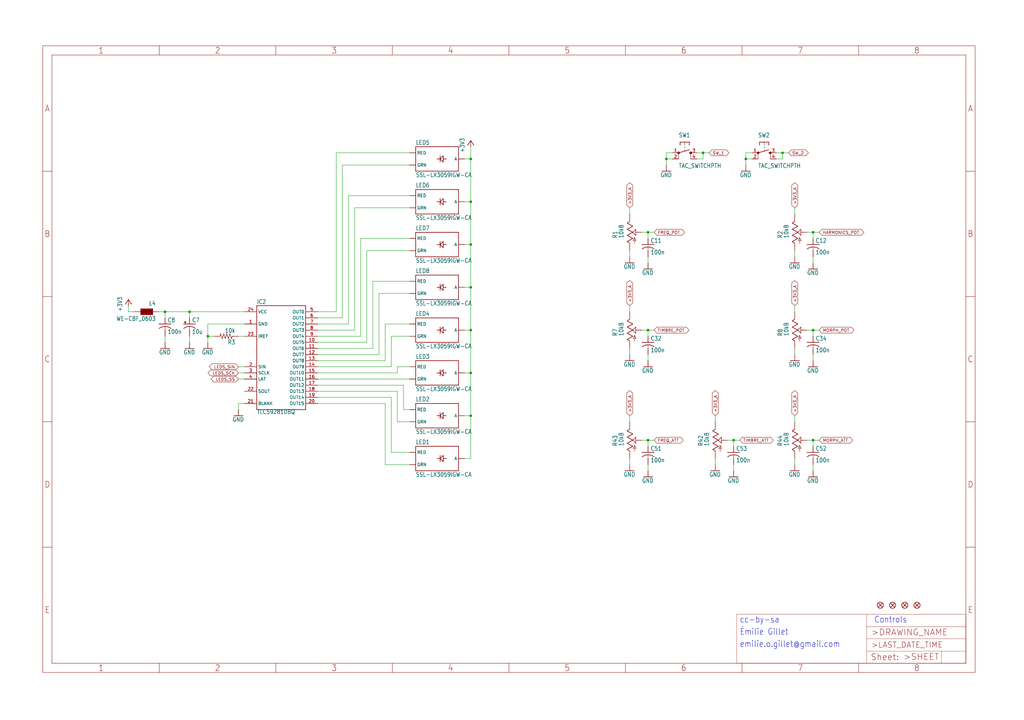
<source format=kicad_sch>
(kicad_sch (version 20211123) (generator eeschema)
  (paper "User" 425.45 299.161)
  (lib_symbols
    (symbol "plaits-eagle-import:+3V3" (power)
      (property "Value" "+3V3" (at -2.54 -5.08 90))
      (symbol "+3V3_1_0"
        (polyline (pts (xy 0 0) (xy -1.27 -1.905)) (stroke (width 0.254)))
        (polyline (pts (xy 1.27 -1.905) (xy 0 0)) (stroke (width 0.254)))
        (pin power_in line (at 0 -2.54 90) (length 2.54) (name "+3V3") (number "1"))
      )
    )
    (symbol "plaits-eagle-import:A3L-LOC"
      (symbol "A3L-LOC_1_0"
        (polyline (pts (xy 0 52.07) (xy 3.81 52.07)))
        (polyline (pts (xy 0 104.14) (xy 3.81 104.14)))
        (polyline (pts (xy 0 156.21) (xy 3.81 156.21)))
        (polyline (pts (xy 0 208.28) (xy 3.81 208.28)))
        (polyline (pts (xy 3.81 3.81) (xy 3.81 256.54)))
        (polyline (pts (xy 48.4188 0) (xy 48.4188 3.81)))
        (polyline (pts (xy 48.4188 256.54) (xy 48.4188 260.35)))
        (polyline (pts (xy 96.8375 0) (xy 96.8375 3.81)))
        (polyline (pts (xy 96.8375 256.54) (xy 96.8375 260.35)))
        (polyline (pts (xy 145.2563 0) (xy 145.2563 3.81)))
        (polyline (pts (xy 145.2563 256.54) (xy 145.2563 260.35)))
        (polyline (pts (xy 193.675 0) (xy 193.675 3.81)))
        (polyline (pts (xy 193.675 256.54) (xy 193.675 260.35)))
        (polyline (pts (xy 242.0938 0) (xy 242.0938 3.81)))
        (polyline (pts (xy 242.0938 256.54) (xy 242.0938 260.35)))
        (polyline (pts (xy 288.29 3.81) (xy 288.29 24.13)) (stroke (width 0.1016)))
        (polyline (pts (xy 288.29 3.81) (xy 342.265 3.81)) (stroke (width 0.1016)))
        (polyline (pts (xy 288.29 24.13) (xy 342.265 24.13)) (stroke (width 0.1016)))
        (polyline (pts (xy 290.5125 0) (xy 290.5125 3.81)))
        (polyline (pts (xy 290.5125 256.54) (xy 290.5125 260.35)))
        (polyline (pts (xy 338.9313 0) (xy 338.9313 3.81)))
        (polyline (pts (xy 338.9313 256.54) (xy 338.9313 260.35)))
        (polyline (pts (xy 342.265 3.81) (xy 373.38 3.81)) (stroke (width 0.1016)))
        (polyline (pts (xy 342.265 8.89) (xy 342.265 3.81)) (stroke (width 0.1016)))
        (polyline (pts (xy 342.265 8.89) (xy 342.265 13.97)) (stroke (width 0.1016)))
        (polyline (pts (xy 342.265 13.97) (xy 342.265 19.05)) (stroke (width 0.1016)))
        (polyline (pts (xy 342.265 13.97) (xy 383.54 13.97)) (stroke (width 0.1016)))
        (polyline (pts (xy 342.265 19.05) (xy 342.265 24.13)) (stroke (width 0.1016)))
        (polyline (pts (xy 342.265 19.05) (xy 383.54 19.05)) (stroke (width 0.1016)))
        (polyline (pts (xy 342.265 24.13) (xy 383.54 24.13)) (stroke (width 0.1016)))
        (polyline (pts (xy 373.38 3.81) (xy 373.38 8.89)) (stroke (width 0.1016)))
        (polyline (pts (xy 373.38 3.81) (xy 383.54 3.81)) (stroke (width 0.1016)))
        (polyline (pts (xy 373.38 8.89) (xy 342.265 8.89)) (stroke (width 0.1016)))
        (polyline (pts (xy 373.38 8.89) (xy 383.54 8.89)) (stroke (width 0.1016)))
        (polyline (pts (xy 383.54 3.81) (xy 3.81 3.81)))
        (polyline (pts (xy 383.54 3.81) (xy 383.54 8.89)) (stroke (width 0.1016)))
        (polyline (pts (xy 383.54 3.81) (xy 383.54 256.54)))
        (polyline (pts (xy 383.54 8.89) (xy 383.54 13.97)) (stroke (width 0.1016)))
        (polyline (pts (xy 383.54 13.97) (xy 383.54 19.05)) (stroke (width 0.1016)))
        (polyline (pts (xy 383.54 19.05) (xy 383.54 24.13)) (stroke (width 0.1016)))
        (polyline (pts (xy 383.54 52.07) (xy 387.35 52.07)))
        (polyline (pts (xy 383.54 104.14) (xy 387.35 104.14)))
        (polyline (pts (xy 383.54 156.21) (xy 387.35 156.21)))
        (polyline (pts (xy 383.54 208.28) (xy 387.35 208.28)))
        (polyline (pts (xy 383.54 256.54) (xy 3.81 256.54)))
        (polyline (pts (xy 0 0) (xy 387.35 0) (xy 387.35 260.35) (xy 0 260.35) (xy 0 0)))
        (text "1" (at 24.2094 1.905 0) (effects (font (size 2.54 2.286))))
        (text "1" (at 24.2094 258.445 0) (effects (font (size 2.54 2.286))))
        (text "2" (at 72.6281 1.905 0) (effects (font (size 2.54 2.286))))
        (text "2" (at 72.6281 258.445 0) (effects (font (size 2.54 2.286))))
        (text "3" (at 121.0469 1.905 0) (effects (font (size 2.54 2.286))))
        (text "3" (at 121.0469 258.445 0) (effects (font (size 2.54 2.286))))
        (text "4" (at 169.4656 1.905 0) (effects (font (size 2.54 2.286))))
        (text "4" (at 169.4656 258.445 0) (effects (font (size 2.54 2.286))))
        (text "5" (at 217.8844 1.905 0) (effects (font (size 2.54 2.286))))
        (text "5" (at 217.8844 258.445 0) (effects (font (size 2.54 2.286))))
        (text "6" (at 266.3031 1.905 0) (effects (font (size 2.54 2.286))))
        (text "6" (at 266.3031 258.445 0) (effects (font (size 2.54 2.286))))
        (text "7" (at 314.7219 1.905 0) (effects (font (size 2.54 2.286))))
        (text "7" (at 314.7219 258.445 0) (effects (font (size 2.54 2.286))))
        (text "8" (at 363.1406 1.905 0) (effects (font (size 2.54 2.286))))
        (text "8" (at 363.1406 258.445 0) (effects (font (size 2.54 2.286))))
        (text ">DRAWING_NAME" (at 344.17 15.24 0) (effects (font (size 2.54 2.54)) (justify left bottom)))
        (text ">LAST_DATE_TIME" (at 344.17 10.16 0) (effects (font (size 2.286 2.286)) (justify left bottom)))
        (text ">SHEET" (at 357.505 5.08 0) (effects (font (size 2.54 2.54)) (justify left bottom)))
        (text "A" (at 1.905 234.315 0) (effects (font (size 2.54 2.286))))
        (text "A" (at 385.445 234.315 0) (effects (font (size 2.54 2.286))))
        (text "B" (at 1.905 182.245 0) (effects (font (size 2.54 2.286))))
        (text "B" (at 385.445 182.245 0) (effects (font (size 2.54 2.286))))
        (text "C" (at 1.905 130.175 0) (effects (font (size 2.54 2.286))))
        (text "C" (at 385.445 130.175 0) (effects (font (size 2.54 2.286))))
        (text "D" (at 1.905 78.105 0) (effects (font (size 2.54 2.286))))
        (text "D" (at 385.445 78.105 0) (effects (font (size 2.54 2.286))))
        (text "E" (at 1.905 26.035 0) (effects (font (size 2.54 2.286))))
        (text "E" (at 385.445 26.035 0) (effects (font (size 2.54 2.286))))
        (text "Sheet:" (at 343.916 4.953 0) (effects (font (size 2.54 2.54)) (justify left bottom)))
      )
    )
    (symbol "plaits-eagle-import:C-USC0402"
      (property "Reference" "C" (at 1.016 0.635 0))
      (property "Value" "C-USC0402" (at 1.016 -4.191 0))
      (symbol "C-USC0402_1_0"
        (arc (start 0 -1.0161) (mid -1.302 -1.2303) (end -2.4668 -1.8504) (stroke (width 0.254)))
        (polyline (pts (xy -2.54 0) (xy 2.54 0)) (stroke (width 0.254)))
        (polyline (pts (xy 0 -1.016) (xy 0 -2.54)) (stroke (width 0.1524)))
        (arc (start 2.4892 -1.8542) (mid 1.3158 -1.2195) (end 0 -1) (stroke (width 0.254)))
        (pin passive line (at 0 2.54 270) (length 2.54) (name "1") (number "1"))
        (pin passive line (at 0 -5.08 90) (length 2.54) (name "2") (number "2"))
      )
    )
    (symbol "plaits-eagle-import:CPOL-USA"
      (property "Reference" "C" (at 1.016 0.635 0))
      (property "Value" "CPOL-USA" (at 1.016 -4.191 0))
      (symbol "CPOL-USA_1_0"
        (rectangle (start -2.253 0.668) (end -1.364 0.795) (fill (type outline)))
        (rectangle (start -1.872 0.287) (end -1.745 1.176) (fill (type outline)))
        (arc (start 0 -1.0161) (mid -1.3021 -1.2302) (end -2.4669 -1.8504) (stroke (width 0.254)))
        (polyline (pts (xy -2.54 0) (xy 2.54 0)) (stroke (width 0.254)))
        (polyline (pts (xy 0 -1.016) (xy 0 -2.54)) (stroke (width 0.1524)))
        (arc (start 2.4892 -1.8542) (mid 1.3158 -1.2195) (end 0 -1) (stroke (width 0.254)))
        (pin passive line (at 0 2.54 270) (length 2.54) (name "+") (number "+"))
        (pin passive line (at 0 -5.08 90) (length 2.54) (name "-") (number "-"))
      )
    )
    (symbol "plaits-eagle-import:FIDUCIAL1X2"
      (symbol "FIDUCIAL1X2_1_0"
        (polyline (pts (xy -0.762 0.762) (xy 0.762 -0.762)) (stroke (width 0.254)))
        (polyline (pts (xy 0.762 0.762) (xy -0.762 -0.762)) (stroke (width 0.254)))
        (circle (center 0 0) (radius 1.27) (stroke (width 0.254)))
      )
    )
    (symbol "plaits-eagle-import:GND" (power)
      (property "Value" "GND" (at -2.54 -2.54 0))
      (symbol "GND_1_0"
        (polyline (pts (xy -1.905 0) (xy 1.905 0)) (stroke (width 0.254)))
        (pin power_in line (at 0 2.54 270) (length 2.54) (name "GND") (number "1"))
      )
    )
    (symbol "plaits-eagle-import:LED-BICOLOR-THROUGHHOLE-CA"
      (property "Reference" "LED" (at -10.16 5.842 0))
      (property "Value" "LED-BICOLOR-THROUGHHOLE-CA" (at -10.16 -7.62 0))
      (symbol "LED-BICOLOR-THROUGHHOLE-CA_1_0"
        (polyline (pts (xy -10.16 -5.08) (xy -10.16 5.08)) (stroke (width 0.254)))
        (polyline (pts (xy -10.16 5.08) (xy 7.62 5.08)) (stroke (width 0.254)))
        (polyline (pts (xy 0 -1.27) (xy 0 0)) (stroke (width 0.254)))
        (polyline (pts (xy 0 0) (xy -1.27 0)) (stroke (width 0.254)))
        (polyline (pts (xy 0 0) (xy 0 1.27)) (stroke (width 0.254)))
        (polyline (pts (xy 0 0) (xy 1.27 -1.27)) (stroke (width 0.254)))
        (polyline (pts (xy 1.27 -1.27) (xy 1.27 0)) (stroke (width 0.254)))
        (polyline (pts (xy 1.27 0) (xy 1.27 1.27)) (stroke (width 0.254)))
        (polyline (pts (xy 1.27 0) (xy 2.54 0)) (stroke (width 0.254)))
        (polyline (pts (xy 1.27 1.27) (xy 0 0)) (stroke (width 0.254)))
        (polyline (pts (xy 7.62 -5.08) (xy -10.16 -5.08)) (stroke (width 0.254)))
        (polyline (pts (xy 7.62 5.08) (xy 7.62 -5.08)) (stroke (width 0.254)))
        (pin bidirectional line (at 10.16 0 180) (length 2.54) (name "A") (number "A"))
        (pin bidirectional line (at -12.7 -2.54 0) (length 2.54) (name "GRN") (number "GREEN_C"))
        (pin bidirectional line (at -12.7 2.54 0) (length 2.54) (name "RED") (number "RED_C"))
      )
    )
    (symbol "plaits-eagle-import:POT_USVERTICAL"
      (property "Reference" "R" (at -5.08 -2.54 90))
      (property "Value" "POT_USVERTICAL" (at -2.54 -2.54 90))
      (symbol "POT_USVERTICAL_1_0"
        (polyline (pts (xy -1.016 -3.81) (xy 1.27 -2.54)) (stroke (width 0.254)))
        (polyline (pts (xy -1.016 -1.27) (xy 1.27 0)) (stroke (width 0.254)))
        (polyline (pts (xy -1.016 1.27) (xy 1.27 2.54)) (stroke (width 0.254)))
        (polyline (pts (xy -1.016 3.81) (xy 0 4.572)) (stroke (width 0.254)))
        (polyline (pts (xy 0 -5.08) (xy 0 -4.572)) (stroke (width 0.1524)))
        (polyline (pts (xy 0 -4.572) (xy -1.016 -3.81)) (stroke (width 0.254)))
        (polyline (pts (xy 0 4.572) (xy 0 5.08)) (stroke (width 0.1524)))
        (polyline (pts (xy 1.27 -2.54) (xy -1.016 -1.27)) (stroke (width 0.254)))
        (polyline (pts (xy 1.27 0) (xy -1.016 1.27)) (stroke (width 0.254)))
        (polyline (pts (xy 1.27 0) (xy 2.54 1.27)) (stroke (width 0.2032)))
        (polyline (pts (xy 1.27 2.54) (xy -1.016 3.81)) (stroke (width 0.254)))
        (polyline (pts (xy 1.397 -3.429) (xy 2.032 -2.159)) (stroke (width 0.1524)))
        (polyline (pts (xy 2.032 -4.699) (xy 2.032 -2.159)) (stroke (width 0.1524)))
        (polyline (pts (xy 2.032 -2.159) (xy 2.667 -3.429)) (stroke (width 0.1524)))
        (polyline (pts (xy 2.54 -1.27) (xy 1.27 0)) (stroke (width 0.2032)))
        (polyline (pts (xy 2.54 1.27) (xy 2.54 -1.27)) (stroke (width 0.2032)))
        (polyline (pts (xy 2.667 -3.429) (xy 1.397 -3.429)) (stroke (width 0.1524)))
        (pin passive line (at 0 7.62 270) (length 2.54) (name "E") (number "P$1"))
        (pin passive line (at 5.08 0 180) (length 2.54) (name "S") (number "P$2"))
        (pin passive line (at 0 -7.62 90) (length 2.54) (name "A") (number "P$3"))
      )
    )
    (symbol "plaits-eagle-import:POT_USVERTICAL_PS"
      (property "Reference" "R" (at -5.08 -2.54 90))
      (property "Value" "POT_USVERTICAL_PS" (at -2.54 -2.54 90))
      (symbol "POT_USVERTICAL_PS_1_0"
        (polyline (pts (xy -1.016 -3.81) (xy 1.27 -2.54)) (stroke (width 0.254)))
        (polyline (pts (xy -1.016 -1.27) (xy 1.27 0)) (stroke (width 0.254)))
        (polyline (pts (xy -1.016 1.27) (xy 1.27 2.54)) (stroke (width 0.254)))
        (polyline (pts (xy -1.016 3.81) (xy 0 4.572)) (stroke (width 0.254)))
        (polyline (pts (xy 0 -5.08) (xy 0 -4.572)) (stroke (width 0.1524)))
        (polyline (pts (xy 0 -4.572) (xy -1.016 -3.81)) (stroke (width 0.254)))
        (polyline (pts (xy 0 4.572) (xy 0 5.08)) (stroke (width 0.1524)))
        (polyline (pts (xy 1.27 -2.54) (xy -1.016 -1.27)) (stroke (width 0.254)))
        (polyline (pts (xy 1.27 0) (xy -1.016 1.27)) (stroke (width 0.254)))
        (polyline (pts (xy 1.27 0) (xy 2.54 1.27)) (stroke (width 0.2032)))
        (polyline (pts (xy 1.27 2.54) (xy -1.016 3.81)) (stroke (width 0.254)))
        (polyline (pts (xy 1.397 -3.429) (xy 2.032 -2.159)) (stroke (width 0.1524)))
        (polyline (pts (xy 2.032 -4.699) (xy 2.032 -2.159)) (stroke (width 0.1524)))
        (polyline (pts (xy 2.032 -2.159) (xy 2.667 -3.429)) (stroke (width 0.1524)))
        (polyline (pts (xy 2.54 -1.27) (xy 1.27 0)) (stroke (width 0.2032)))
        (polyline (pts (xy 2.54 1.27) (xy 2.54 -1.27)) (stroke (width 0.2032)))
        (polyline (pts (xy 2.667 -3.429) (xy 1.397 -3.429)) (stroke (width 0.1524)))
        (pin passive line (at 0 7.62 270) (length 2.54) (name "E") (number "P$1"))
        (pin passive line (at 5.08 0 180) (length 2.54) (name "S") (number "P$2"))
        (pin passive line (at 0 -7.62 90) (length 2.54) (name "A") (number "P$3"))
      )
    )
    (symbol "plaits-eagle-import:R-US_R0402"
      (property "Reference" "R" (at -3.81 1.4986 0))
      (property "Value" "R-US_R0402" (at -3.81 -3.302 0))
      (symbol "R-US_R0402_1_0"
        (polyline (pts (xy -2.54 0) (xy -2.159 1.016)) (stroke (width 0.2032)))
        (polyline (pts (xy -2.159 1.016) (xy -1.524 -1.016)) (stroke (width 0.2032)))
        (polyline (pts (xy -1.524 -1.016) (xy -0.889 1.016)) (stroke (width 0.2032)))
        (polyline (pts (xy -0.889 1.016) (xy -0.254 -1.016)) (stroke (width 0.2032)))
        (polyline (pts (xy -0.254 -1.016) (xy 0.381 1.016)) (stroke (width 0.2032)))
        (polyline (pts (xy 0.381 1.016) (xy 1.016 -1.016)) (stroke (width 0.2032)))
        (polyline (pts (xy 1.016 -1.016) (xy 1.651 1.016)) (stroke (width 0.2032)))
        (polyline (pts (xy 1.651 1.016) (xy 2.286 -1.016)) (stroke (width 0.2032)))
        (polyline (pts (xy 2.286 -1.016) (xy 2.54 0)) (stroke (width 0.2032)))
        (pin passive line (at -5.08 0 0) (length 2.54) (name "1") (number "1"))
        (pin passive line (at 5.08 0 180) (length 2.54) (name "2") (number "2"))
      )
    )
    (symbol "plaits-eagle-import:TAC_SWITCHPTH"
      (property "Reference" "S" (at -2.54 6.35 0))
      (property "Value" "TAC_SWITCHPTH" (at -2.54 -6.35 0))
      (symbol "TAC_SWITCHPTH_1_0"
        (circle (center -2.54 0) (radius 0.127) (stroke (width 0.4064)))
        (polyline (pts (xy -2.54 -2.54) (xy -2.54 0)) (stroke (width 0.1524)))
        (polyline (pts (xy -2.54 0) (xy 1.905 1.27)) (stroke (width 0.254)))
        (polyline (pts (xy -1.905 4.445) (xy -1.905 3.175)) (stroke (width 0.254)))
        (polyline (pts (xy 0 1.27) (xy 0 0.635)) (stroke (width 0.1524)))
        (polyline (pts (xy 0 2.54) (xy 0 1.905)) (stroke (width 0.1524)))
        (polyline (pts (xy 0 4.445) (xy -1.905 4.445)) (stroke (width 0.254)))
        (polyline (pts (xy 0 4.445) (xy 0 3.175)) (stroke (width 0.1524)))
        (polyline (pts (xy 1.905 0) (xy 2.54 0)) (stroke (width 0.254)))
        (polyline (pts (xy 1.905 4.445) (xy 0 4.445)) (stroke (width 0.254)))
        (polyline (pts (xy 1.905 4.445) (xy 1.905 3.175)) (stroke (width 0.254)))
        (polyline (pts (xy 2.54 -2.54) (xy 2.54 0)) (stroke (width 0.1524)))
        (circle (center 2.54 0) (radius 0.127) (stroke (width 0.4064)))
        (pin passive line (at -5.08 0 0) (length 2.54) (name "1") (number "1"))
        (pin passive line (at -5.08 -2.54 0) (length 2.54) (name "2") (number "2"))
        (pin passive line (at 5.08 0 180) (length 2.54) (name "3") (number "3"))
        (pin passive line (at 5.08 -2.54 180) (length 2.54) (name "4") (number "4"))
      )
    )
    (symbol "plaits-eagle-import:TLC59281DBQ"
      (property "Reference" "IC" (at -10.16 23.495 0))
      (property "Value" "TLC59281DBQ" (at -10.16 -22.225 0))
      (symbol "TLC59281DBQ_1_0"
        (polyline (pts (xy -10.16 -20.32) (xy -10.16 22.86)) (stroke (width 0.254)))
        (polyline (pts (xy -10.16 22.86) (xy 10.16 22.86)) (stroke (width 0.254)))
        (polyline (pts (xy 10.16 -20.32) (xy -10.16 -20.32)) (stroke (width 0.254)))
        (polyline (pts (xy 10.16 22.86) (xy 10.16 -20.32)) (stroke (width 0.254)))
        (pin bidirectional line (at -15.24 15.24 0) (length 5.08) (name "GND") (number "1"))
        (pin bidirectional line (at 15.24 7.62 180) (length 5.08) (name "OUT5") (number "10"))
        (pin bidirectional line (at 15.24 5.08 180) (length 5.08) (name "OUT6") (number "11"))
        (pin bidirectional line (at 15.24 2.54 180) (length 5.08) (name "OUT7") (number "12"))
        (pin bidirectional line (at 15.24 0 180) (length 5.08) (name "OUT8") (number "13"))
        (pin bidirectional line (at 15.24 -2.54 180) (length 5.08) (name "OUT9") (number "14"))
        (pin bidirectional line (at 15.24 -5.08 180) (length 5.08) (name "OUT10") (number "15"))
        (pin bidirectional line (at 15.24 -7.62 180) (length 5.08) (name "OUT11") (number "16"))
        (pin bidirectional line (at 15.24 -10.16 180) (length 5.08) (name "OUT12") (number "17"))
        (pin bidirectional line (at 15.24 -12.7 180) (length 5.08) (name "OUT13") (number "18"))
        (pin bidirectional line (at 15.24 -15.24 180) (length 5.08) (name "OUT14") (number "19"))
        (pin bidirectional line (at -15.24 -2.54 0) (length 5.08) (name "SIN") (number "2"))
        (pin bidirectional line (at 15.24 -17.78 180) (length 5.08) (name "OUT15") (number "20"))
        (pin bidirectional line (at -15.24 -17.78 0) (length 5.08) (name "BLANK") (number "21"))
        (pin bidirectional line (at -15.24 -12.7 0) (length 5.08) (name "SOUT") (number "22"))
        (pin bidirectional line (at -15.24 10.16 0) (length 5.08) (name "IREF") (number "23"))
        (pin bidirectional line (at -15.24 20.32 0) (length 5.08) (name "VCC") (number "24"))
        (pin bidirectional line (at -15.24 -5.08 0) (length 5.08) (name "SCLK") (number "3"))
        (pin bidirectional line (at -15.24 -7.62 0) (length 5.08) (name "LAT") (number "4"))
        (pin bidirectional line (at 15.24 20.32 180) (length 5.08) (name "OUT0") (number "5"))
        (pin bidirectional line (at 15.24 17.78 180) (length 5.08) (name "OUT1") (number "6"))
        (pin bidirectional line (at 15.24 15.24 180) (length 5.08) (name "OUT2") (number "7"))
        (pin bidirectional line (at 15.24 12.7 180) (length 5.08) (name "OUT3") (number "8"))
        (pin bidirectional line (at 15.24 10.16 180) (length 5.08) (name "OUT4") (number "9"))
      )
    )
    (symbol "plaits-eagle-import:WE-CBF_0603"
      (property "Reference" "L" (at -3.81 5.08 0))
      (property "Value" "WE-CBF_0603" (at -3.81 -1.27 0))
      (symbol "WE-CBF_0603_1_0"
        (rectangle (start -2.54 1.27) (end 2.54 3.81) (fill (type outline)))
        (pin passive line (at -5.08 2.54 0) (length 2.54) (name "1") (number "1"))
        (pin passive line (at 5.08 2.54 180) (length 2.54) (name "2") (number "2"))
      )
    )
  )
  (junction (at 86.36 139.7))
  (junction (at 276.86 66.04))
  (junction (at 195.58 83.82))
  (junction (at 269.24 137.16))
  (junction (at 292.1 63.5))
  (junction (at 195.58 119.38))
  (junction (at 195.58 137.16))
  (junction (at 195.58 154.94))
  (junction (at 195.58 172.72))
  (junction (at 337.82 137.16))
  (junction (at 269.24 96.52))
  (junction (at 309.88 66.04))
  (junction (at 304.8 182.88))
  (junction (at 269.24 182.88))
  (junction (at 195.58 66.04))
  (junction (at 68.58 129.54))
  (junction (at 78.74 129.54))
  (junction (at 337.82 96.52))
  (junction (at 325.12 63.5))
  (junction (at 337.82 182.88))
  (junction (at 195.58 101.6))
  (wire (pts (xy 142.24 68.58) (xy 142.24 132.08)))
  (wire (pts (xy 330.2 104.14) (xy 330.2 106.68)))
  (wire (pts (xy 269.24 185.42) (xy 269.24 182.88)))
  (wire (pts (xy 266.7 182.88) (xy 269.24 182.88)))
  (wire (pts (xy 149.86 99.06) (xy 149.86 139.7)))
  (wire (pts (xy 269.24 147.32) (xy 269.24 149.86)))
  (wire (pts (xy 132.08 167.64) (xy 160.02 167.64)))
  (wire (pts (xy 261.62 129.54) (xy 261.62 127)))
  (wire (pts (xy 330.2 129.54) (xy 330.2 127)))
  (wire (pts (xy 337.82 182.88) (xy 340.36 182.88)))
  (wire (pts (xy 170.18 68.58) (xy 142.24 68.58)))
  (wire (pts (xy 66.04 129.54) (xy 68.58 129.54)))
  (wire (pts (xy 99.06 167.64) (xy 99.06 170.18)))
  (wire (pts (xy 157.48 121.92) (xy 157.48 147.32)))
  (wire (pts (xy 297.18 190.5) (xy 297.18 193.04)))
  (wire (pts (xy 330.2 190.5) (xy 330.2 193.04)))
  (wire (pts (xy 101.6 157.48) (xy 99.06 157.48)))
  (wire (pts (xy 170.18 99.06) (xy 149.86 99.06)))
  (wire (pts (xy 337.82 99.06) (xy 337.82 96.52)))
  (wire (pts (xy 193.04 119.38) (xy 195.58 119.38)))
  (wire (pts (xy 142.24 132.08) (xy 132.08 132.08)))
  (wire (pts (xy 269.24 96.52) (xy 271.78 96.52)))
  (wire (pts (xy 309.88 66.04) (xy 309.88 68.58)))
  (wire (pts (xy 132.08 165.1) (xy 162.56 165.1)))
  (wire (pts (xy 78.74 129.54) (xy 101.6 129.54)))
  (wire (pts (xy 312.42 66.04) (xy 309.88 66.04)))
  (wire (pts (xy 165.1 162.56) (xy 165.1 175.26)))
  (wire (pts (xy 276.86 63.5) (xy 276.86 66.04)))
  (wire (pts (xy 101.6 167.64) (xy 99.06 167.64)))
  (wire (pts (xy 195.58 101.6) (xy 195.58 83.82)))
  (wire (pts (xy 101.6 152.4) (xy 99.06 152.4)))
  (wire (pts (xy 162.56 152.4) (xy 132.08 152.4)))
  (wire (pts (xy 154.94 144.78) (xy 132.08 144.78)))
  (wire (pts (xy 322.58 63.5) (xy 325.12 63.5)))
  (wire (pts (xy 53.34 129.54) (xy 53.34 127)))
  (wire (pts (xy 139.7 129.54) (xy 132.08 129.54)))
  (wire (pts (xy 165.1 154.94) (xy 132.08 154.94)))
  (wire (pts (xy 160.02 134.62) (xy 160.02 149.86)))
  (wire (pts (xy 152.4 142.24) (xy 132.08 142.24)))
  (wire (pts (xy 68.58 129.54) (xy 78.74 129.54)))
  (wire (pts (xy 162.56 139.7) (xy 162.56 152.4)))
  (wire (pts (xy 292.1 63.5) (xy 294.64 63.5)))
  (wire (pts (xy 269.24 99.06) (xy 269.24 96.52)))
  (wire (pts (xy 276.86 66.04) (xy 276.86 68.58)))
  (wire (pts (xy 269.24 139.7) (xy 269.24 137.16)))
  (wire (pts (xy 132.08 160.02) (xy 167.64 160.02)))
  (wire (pts (xy 322.58 66.04) (xy 325.12 66.04)))
  (wire (pts (xy 269.24 193.04) (xy 269.24 195.58)))
  (wire (pts (xy 162.56 187.96) (xy 170.18 187.96)))
  (wire (pts (xy 193.04 172.72) (xy 195.58 172.72)))
  (wire (pts (xy 309.88 63.5) (xy 309.88 66.04)))
  (wire (pts (xy 195.58 172.72) (xy 195.58 154.94)))
  (wire (pts (xy 195.58 66.04) (xy 195.58 60.96)))
  (wire (pts (xy 261.62 175.26) (xy 261.62 172.72)))
  (wire (pts (xy 86.36 139.7) (xy 86.36 134.62)))
  (wire (pts (xy 193.04 154.94) (xy 195.58 154.94)))
  (wire (pts (xy 195.58 172.72) (xy 195.58 190.5)))
  (wire (pts (xy 101.6 154.94) (xy 99.06 154.94)))
  (wire (pts (xy 170.18 86.36) (xy 147.32 86.36)))
  (wire (pts (xy 162.56 139.7) (xy 170.18 139.7)))
  (wire (pts (xy 170.18 63.5) (xy 139.7 63.5)))
  (wire (pts (xy 170.18 121.92) (xy 157.48 121.92)))
  (wire (pts (xy 330.2 88.9) (xy 330.2 86.36)))
  (wire (pts (xy 195.58 119.38) (xy 195.58 101.6)))
  (wire (pts (xy 195.58 83.82) (xy 195.58 66.04)))
  (wire (pts (xy 139.7 63.5) (xy 139.7 129.54)))
  (wire (pts (xy 144.78 81.28) (xy 144.78 134.62)))
  (wire (pts (xy 289.56 66.04) (xy 292.1 66.04)))
  (wire (pts (xy 330.2 144.78) (xy 330.2 147.32)))
  (wire (pts (xy 160.02 134.62) (xy 170.18 134.62)))
  (wire (pts (xy 157.48 147.32) (xy 132.08 147.32)))
  (wire (pts (xy 289.56 63.5) (xy 292.1 63.5)))
  (wire (pts (xy 154.94 116.84) (xy 154.94 144.78)))
  (wire (pts (xy 337.82 106.68) (xy 337.82 109.22)))
  (wire (pts (xy 55.88 129.54) (xy 53.34 129.54)))
  (wire (pts (xy 325.12 66.04) (xy 325.12 63.5)))
  (wire (pts (xy 261.62 144.78) (xy 261.62 147.32)))
  (wire (pts (xy 261.62 88.9) (xy 261.62 86.36)))
  (wire (pts (xy 292.1 66.04) (xy 292.1 63.5)))
  (wire (pts (xy 335.28 182.88) (xy 337.82 182.88)))
  (wire (pts (xy 88.9 139.7) (xy 86.36 139.7)))
  (wire (pts (xy 165.1 152.4) (xy 165.1 154.94)))
  (wire (pts (xy 170.18 116.84) (xy 154.94 116.84)))
  (wire (pts (xy 193.04 83.82) (xy 195.58 83.82)))
  (wire (pts (xy 86.36 142.24) (xy 86.36 139.7)))
  (wire (pts (xy 147.32 86.36) (xy 147.32 137.16)))
  (wire (pts (xy 152.4 104.14) (xy 152.4 142.24)))
  (wire (pts (xy 193.04 137.16) (xy 195.58 137.16)))
  (wire (pts (xy 78.74 129.54) (xy 78.74 132.08)))
  (wire (pts (xy 149.86 139.7) (xy 132.08 139.7)))
  (wire (pts (xy 195.58 119.38) (xy 195.58 137.16)))
  (wire (pts (xy 325.12 63.5) (xy 327.66 63.5)))
  (wire (pts (xy 335.28 137.16) (xy 337.82 137.16)))
  (wire (pts (xy 132.08 137.16) (xy 147.32 137.16)))
  (wire (pts (xy 302.26 182.88) (xy 304.8 182.88)))
  (wire (pts (xy 266.7 96.52) (xy 269.24 96.52)))
  (wire (pts (xy 195.58 137.16) (xy 195.58 154.94)))
  (wire (pts (xy 162.56 165.1) (xy 162.56 187.96)))
  (wire (pts (xy 337.82 193.04) (xy 337.82 195.58)))
  (wire (pts (xy 193.04 66.04) (xy 195.58 66.04)))
  (wire (pts (xy 68.58 132.08) (xy 68.58 129.54)))
  (wire (pts (xy 160.02 167.64) (xy 160.02 193.04)))
  (wire (pts (xy 266.7 137.16) (xy 269.24 137.16)))
  (wire (pts (xy 297.18 175.26) (xy 297.18 172.72)))
  (wire (pts (xy 337.82 147.32) (xy 337.82 149.86)))
  (wire (pts (xy 304.8 182.88) (xy 307.34 182.88)))
  (wire (pts (xy 160.02 193.04) (xy 170.18 193.04)))
  (wire (pts (xy 330.2 175.26) (xy 330.2 172.72)))
  (wire (pts (xy 132.08 162.56) (xy 165.1 162.56)))
  (wire (pts (xy 337.82 185.42) (xy 337.82 182.88)))
  (wire (pts (xy 279.4 63.5) (xy 276.86 63.5)))
  (wire (pts (xy 337.82 137.16) (xy 340.36 137.16)))
  (wire (pts (xy 160.02 149.86) (xy 132.08 149.86)))
  (wire (pts (xy 132.08 157.48) (xy 170.18 157.48)))
  (wire (pts (xy 279.4 66.04) (xy 276.86 66.04)))
  (wire (pts (xy 165.1 152.4) (xy 170.18 152.4)))
  (wire (pts (xy 261.62 190.5) (xy 261.62 193.04)))
  (wire (pts (xy 335.28 96.52) (xy 337.82 96.52)))
  (wire (pts (xy 312.42 63.5) (xy 309.88 63.5)))
  (wire (pts (xy 170.18 104.14) (xy 152.4 104.14)))
  (wire (pts (xy 165.1 175.26) (xy 170.18 175.26)))
  (wire (pts (xy 167.64 160.02) (xy 167.64 170.18)))
  (wire (pts (xy 68.58 139.7) (xy 68.58 142.24)))
  (wire (pts (xy 170.18 81.28) (xy 144.78 81.28)))
  (wire (pts (xy 193.04 190.5) (xy 195.58 190.5)))
  (wire (pts (xy 167.64 170.18) (xy 170.18 170.18)))
  (wire (pts (xy 337.82 96.52) (xy 340.36 96.52)))
  (wire (pts (xy 261.62 104.14) (xy 261.62 106.68)))
  (wire (pts (xy 337.82 139.7) (xy 337.82 137.16)))
  (wire (pts (xy 269.24 106.68) (xy 269.24 109.22)))
  (wire (pts (xy 304.8 185.42) (xy 304.8 182.88)))
  (wire (pts (xy 78.74 142.24) (xy 78.74 139.7)))
  (wire (pts (xy 304.8 193.04) (xy 304.8 195.58)))
  (wire (pts (xy 269.24 137.16) (xy 271.78 137.16)))
  (wire (pts (xy 193.04 101.6) (xy 195.58 101.6)))
  (wire (pts (xy 99.06 139.7) (xy 101.6 139.7)))
  (wire (pts (xy 144.78 134.62) (xy 132.08 134.62)))
  (wire (pts (xy 101.6 134.62) (xy 86.36 134.62)))
  (wire (pts (xy 269.24 182.88) (xy 271.78 182.88)))
  (text "emilie.o.gillet@gmail.com" (at 307.34 269.24 180) (effects (font (size 2.54 2.159)) (justify left bottom)))
  (text "Controls" (at 363.22 259.08 180) (effects (font (size 2.54 2.159)) (justify left bottom)))
  (text "cc-by-sa" (at 307.34 259.08 180) (effects (font (size 2.54 2.159)) (justify left bottom)))
  (text "Émilie Gillet" (at 307.34 264.16 180) (effects (font (size 2.54 2.159)) (justify left bottom)))
  (global_label "TIMBRE_POT" (shape bidirectional) (at 271.78 137.16 0) (effects (font (size 1.2446 1.2446))) (property "Intersheet References" "${INTERSHEET_REFS}" (effects hide)))
  (global_label "+3V3_A" (shape bidirectional) (at 261.62 86.36 90) (effects (font (size 1.2446 1.2446))) (property "Intersheet References" "${INTERSHEET_REFS}" (effects hide)))
  (global_label "+3V3_A" (shape bidirectional) (at 330.2 86.36 90) (effects (font (size 1.2446 1.2446))) (property "Intersheet References" "${INTERSHEET_REFS}" (effects hide)))
  (global_label "SW_1" (shape bidirectional) (at 294.64 63.5 0) (effects (font (size 1.2446 1.2446))) (property "Intersheet References" "${INTERSHEET_REFS}" (effects hide)))
  (global_label "LEDS_SIN" (shape bidirectional) (at 99.06 152.4 180) (effects (font (size 1.2446 1.2446))) (property "Intersheet References" "${INTERSHEET_REFS}" (effects hide)))
  (global_label "LEDS_SCK" (shape bidirectional) (at 99.06 154.94 180) (effects (font (size 1.2446 1.2446))) (property "Intersheet References" "${INTERSHEET_REFS}" (effects hide)))
  (global_label "FREQ_POT" (shape bidirectional) (at 271.78 96.52 0) (effects (font (size 1.2446 1.2446))) (property "Intersheet References" "${INTERSHEET_REFS}" (effects hide)))
  (global_label "+3V3_A" (shape bidirectional) (at 330.2 172.72 90) (effects (font (size 1.2446 1.2446))) (property "Intersheet References" "${INTERSHEET_REFS}" (effects hide)))
  (global_label "LEDS_SS" (shape bidirectional) (at 99.06 157.48 180) (effects (font (size 1.2446 1.2446))) (property "Intersheet References" "${INTERSHEET_REFS}" (effects hide)))
  (global_label "MORPH_POT" (shape bidirectional) (at 340.36 137.16 0) (effects (font (size 1.2446 1.2446))) (property "Intersheet References" "${INTERSHEET_REFS}" (effects hide)))
  (global_label "+3V3_A" (shape bidirectional) (at 261.62 172.72 90) (effects (font (size 1.2446 1.2446))) (property "Intersheet References" "${INTERSHEET_REFS}" (effects hide)))
  (global_label "SW_2" (shape bidirectional) (at 327.66 63.5 0) (effects (font (size 1.2446 1.2446))) (property "Intersheet References" "${INTERSHEET_REFS}" (effects hide)))
  (global_label "HARMONICS_POT" (shape bidirectional) (at 340.36 96.52 0) (effects (font (size 1.2446 1.2446))) (property "Intersheet References" "${INTERSHEET_REFS}" (effects hide)))
  (global_label "FREQ_ATT" (shape bidirectional) (at 271.78 182.88 0) (effects (font (size 1.2446 1.2446))) (property "Intersheet References" "${INTERSHEET_REFS}" (effects hide)))
  (global_label "+3V3_A" (shape bidirectional) (at 330.2 127 90) (effects (font (size 1.2446 1.2446))) (property "Intersheet References" "${INTERSHEET_REFS}" (effects hide)))
  (global_label "+3V3_A" (shape bidirectional) (at 261.62 127 90) (effects (font (size 1.2446 1.2446))) (property "Intersheet References" "${INTERSHEET_REFS}" (effects hide)))
  (global_label "TIMBRE_ATT" (shape bidirectional) (at 307.34 182.88 0) (effects (font (size 1.2446 1.2446))) (property "Intersheet References" "${INTERSHEET_REFS}" (effects hide)))
  (global_label "MORPH_ATT" (shape bidirectional) (at 340.36 182.88 0) (effects (font (size 1.2446 1.2446))) (property "Intersheet References" "${INTERSHEET_REFS}" (effects hide)))
  (global_label "+3V3_A" (shape bidirectional) (at 297.18 172.72 90) (effects (font (size 1.2446 1.2446))) (property "Intersheet References" "${INTERSHEET_REFS}" (effects hide)))
  (symbol (lib_id "plaits-eagle-import:GND") (at 297.18 195.58 0) (unit 1)
    (property "Reference" "#GND044" (effects hide))
    (property "Value" "GND" (at 294.64 198.12 0) (effects (font (size 1.778 1.5113)) (justify left bottom)))
    (property "Footprint" "plaits:" (effects hide))
  )
  (symbol (lib_id "plaits-eagle-import:GND") (at 330.2 149.86 0) (unit 1)
    (property "Reference" "#GND021" (effects hide))
    (property "Value" "GND" (at 327.66 152.4 0) (effects (font (size 1.778 1.5113)) (justify left bottom)))
    (property "Footprint" "plaits:" (effects hide))
  )
  (symbol (lib_id "plaits-eagle-import:GND") (at 269.24 152.4 0) (unit 1)
    (property "Reference" "#GND068" (effects hide))
    (property "Value" "GND" (at 266.7 154.94 0) (effects (font (size 1.778 1.5113)) (justify left bottom)))
    (property "Footprint" "plaits:" (effects hide))
  )
  (symbol (lib_id "plaits-eagle-import:+3V3") (at 195.58 58.42 0) (unit 1)
    (property "Reference" "#+3V05" (effects hide))
    (property "Value" "+3V3" (at 193.04 63.5 90) (effects (font (size 1.778 1.5113)) (justify left bottom)))
    (property "Footprint" "plaits:" (effects hide))
  )
  (symbol (lib_id "plaits-eagle-import:GND") (at 337.82 152.4 0) (unit 1)
    (property "Reference" "#GND069" (effects hide))
    (property "Value" "GND" (at 335.28 154.94 0) (effects (font (size 1.778 1.5113)) (justify left bottom)))
    (property "Footprint" "plaits:" (effects hide))
  )
  (symbol (lib_id "plaits-eagle-import:GND") (at 309.88 71.12 0) (unit 1)
    (property "Reference" "#GND023" (effects hide))
    (property "Value" "GND" (at 307.34 73.66 0) (effects (font (size 1.778 1.5113)) (justify left bottom)))
    (property "Footprint" "plaits:" (effects hide))
  )
  (symbol (lib_id "plaits-eagle-import:GND") (at 330.2 195.58 0) (unit 1)
    (property "Reference" "#GND020" (effects hide))
    (property "Value" "GND" (at 327.66 198.12 0) (effects (font (size 1.778 1.5113)) (justify left bottom)))
    (property "Footprint" "plaits:" (effects hide))
  )
  (symbol (lib_id "plaits-eagle-import:TLC59281DBQ") (at 116.84 149.86 0) (unit 1)
    (property "Reference" "IC2" (at 106.68 126.365 0) (effects (font (size 1.778 1.5113)) (justify left bottom)))
    (property "Value" "TLC59281DBQ" (at 106.68 172.085 0) (effects (font (size 1.778 1.5113)) (justify left bottom)))
    (property "Footprint" "plaits:TSSOP24_0635" (effects hide))
  )
  (symbol (lib_id "plaits-eagle-import:GND") (at 261.62 195.58 0) (unit 1)
    (property "Reference" "#GND018" (effects hide))
    (property "Value" "GND" (at 259.08 198.12 0) (effects (font (size 1.778 1.5113)) (justify left bottom)))
    (property "Footprint" "plaits:" (effects hide))
  )
  (symbol (lib_id "plaits-eagle-import:LED-BICOLOR-THROUGHHOLE-CA") (at 182.88 66.04 0) (unit 1)
    (property "Reference" "LED5" (at 172.72 60.198 0) (effects (font (size 1.778 1.5113)) (justify left bottom)))
    (property "Value" "SSL-LX3059IGW-CA" (at 172.72 73.66 0) (effects (font (size 1.778 1.5113)) (justify left bottom)))
    (property "Footprint" "plaits:LED-BICOLOR-THROUGHHOLE-LUMEX" (effects hide))
  )
  (symbol (lib_id "plaits-eagle-import:FIDUCIAL1X2") (at 381 251.46 0) (unit 1)
    (property "Reference" "JP3" (effects hide))
    (property "Value" "FIDUCIAL1X2" (effects hide))
    (property "Footprint" "plaits:FIDUCIAL-1X2" (effects hide))
  )
  (symbol (lib_id "plaits-eagle-import:LED-BICOLOR-THROUGHHOLE-CA") (at 182.88 172.72 0) (unit 1)
    (property "Reference" "LED2" (at 172.72 166.878 0) (effects (font (size 1.778 1.5113)) (justify left bottom)))
    (property "Value" "SSL-LX3059IGW-CA" (at 172.72 180.34 0) (effects (font (size 1.778 1.5113)) (justify left bottom)))
    (property "Footprint" "plaits:LED-BICOLOR-THROUGHHOLE-LUMEX" (effects hide))
  )
  (symbol (lib_id "plaits-eagle-import:C-USC0402") (at 337.82 101.6 0) (unit 1)
    (property "Reference" "C12" (at 338.836 100.965 0) (effects (font (size 1.778 1.5113)) (justify left bottom)))
    (property "Value" "100n" (at 338.836 105.791 0) (effects (font (size 1.778 1.5113)) (justify left bottom)))
    (property "Footprint" "plaits:C0402" (effects hide))
  )
  (symbol (lib_id "plaits-eagle-import:GND") (at 330.2 109.22 0) (unit 1)
    (property "Reference" "#GND025" (effects hide))
    (property "Value" "GND" (at 327.66 111.76 0) (effects (font (size 1.778 1.5113)) (justify left bottom)))
    (property "Footprint" "plaits:" (effects hide))
  )
  (symbol (lib_id "plaits-eagle-import:CPOL-USA") (at 78.74 134.62 0) (unit 1)
    (property "Reference" "C7" (at 79.756 133.985 0) (effects (font (size 1.778 1.5113)) (justify left bottom)))
    (property "Value" "10u" (at 79.756 138.811 0) (effects (font (size 1.778 1.5113)) (justify left bottom)))
    (property "Footprint" "plaits:PANASONIC_B" (effects hide))
  )
  (symbol (lib_id "plaits-eagle-import:GND") (at 78.74 144.78 0) (unit 1)
    (property "Reference" "#GND094" (effects hide))
    (property "Value" "GND" (at 76.2 147.32 0) (effects (font (size 1.778 1.5113)) (justify left bottom)))
    (property "Footprint" "plaits:" (effects hide))
  )
  (symbol (lib_id "plaits-eagle-import:+3V3") (at 53.34 124.46 0) (unit 1)
    (property "Reference" "#+3V06" (effects hide))
    (property "Value" "+3V3" (at 50.8 129.54 90) (effects (font (size 1.778 1.5113)) (justify left bottom)))
    (property "Footprint" "plaits:" (effects hide))
  )
  (symbol (lib_id "plaits-eagle-import:POT_USVERTICAL_PS") (at 261.62 137.16 0) (unit 1)
    (property "Reference" "R7" (at 256.54 139.7 90) (effects (font (size 1.778 1.5113)) (justify left bottom)))
    (property "Value" "10kB" (at 259.08 139.7 90) (effects (font (size 1.778 1.5113)) (justify left bottom)))
    (property "Footprint" "plaits:ALPS_POT_VERTICAL_PS" (effects hide))
  )
  (symbol (lib_id "plaits-eagle-import:GND") (at 99.06 172.72 0) (unit 1)
    (property "Reference" "#GND054" (effects hide))
    (property "Value" "GND" (at 96.52 175.26 0) (effects (font (size 1.778 1.5113)) (justify left bottom)))
    (property "Footprint" "plaits:" (effects hide))
  )
  (symbol (lib_id "plaits-eagle-import:GND") (at 276.86 71.12 0) (unit 1)
    (property "Reference" "#GND039" (effects hide))
    (property "Value" "GND" (at 274.32 73.66 0) (effects (font (size 1.778 1.5113)) (justify left bottom)))
    (property "Footprint" "plaits:" (effects hide))
  )
  (symbol (lib_id "plaits-eagle-import:POT_USVERTICAL_PS") (at 330.2 96.52 0) (unit 1)
    (property "Reference" "R2" (at 325.12 99.06 90) (effects (font (size 1.778 1.5113)) (justify left bottom)))
    (property "Value" "10kB" (at 327.66 99.06 90) (effects (font (size 1.778 1.5113)) (justify left bottom)))
    (property "Footprint" "plaits:ALPS_POT_VERTICAL_PS" (effects hide))
  )
  (symbol (lib_id "plaits-eagle-import:C-USC0402") (at 68.58 134.62 0) (unit 1)
    (property "Reference" "C8" (at 69.596 133.985 0) (effects (font (size 1.778 1.5113)) (justify left bottom)))
    (property "Value" "100n" (at 69.596 138.811 0) (effects (font (size 1.778 1.5113)) (justify left bottom)))
    (property "Footprint" "plaits:C0402" (effects hide))
  )
  (symbol (lib_id "plaits-eagle-import:GND") (at 337.82 198.12 0) (unit 1)
    (property "Reference" "#GND070" (effects hide))
    (property "Value" "GND" (at 335.28 200.66 0) (effects (font (size 1.778 1.5113)) (justify left bottom)))
    (property "Footprint" "plaits:" (effects hide))
  )
  (symbol (lib_id "plaits-eagle-import:C-USC0402") (at 269.24 187.96 0) (unit 1)
    (property "Reference" "C51" (at 270.256 187.325 0) (effects (font (size 1.778 1.5113)) (justify left bottom)))
    (property "Value" "100n" (at 270.256 192.151 0) (effects (font (size 1.778 1.5113)) (justify left bottom)))
    (property "Footprint" "plaits:C0402" (effects hide))
  )
  (symbol (lib_id "plaits-eagle-import:C-USC0402") (at 269.24 142.24 0) (unit 1)
    (property "Reference" "C32" (at 270.256 141.605 0) (effects (font (size 1.778 1.5113)) (justify left bottom)))
    (property "Value" "100n" (at 270.256 146.431 0) (effects (font (size 1.778 1.5113)) (justify left bottom)))
    (property "Footprint" "plaits:C0402" (effects hide))
  )
  (symbol (lib_id "plaits-eagle-import:POT_USVERTICAL") (at 261.62 182.88 0) (unit 1)
    (property "Reference" "R43" (at 256.54 185.42 90) (effects (font (size 1.778 1.5113)) (justify left bottom)))
    (property "Value" "10kB" (at 259.08 185.42 90) (effects (font (size 1.778 1.5113)) (justify left bottom)))
    (property "Footprint" "plaits:ALPS_POT_VERTICAL" (effects hide))
  )
  (symbol (lib_id "plaits-eagle-import:C-USC0402") (at 304.8 187.96 0) (unit 1)
    (property "Reference" "C53" (at 305.816 187.325 0) (effects (font (size 1.778 1.5113)) (justify left bottom)))
    (property "Value" "100n" (at 305.816 192.151 0) (effects (font (size 1.778 1.5113)) (justify left bottom)))
    (property "Footprint" "plaits:C0402" (effects hide))
  )
  (symbol (lib_id "plaits-eagle-import:LED-BICOLOR-THROUGHHOLE-CA") (at 182.88 190.5 0) (unit 1)
    (property "Reference" "LED1" (at 172.72 184.658 0) (effects (font (size 1.778 1.5113)) (justify left bottom)))
    (property "Value" "SSL-LX3059IGW-CA" (at 172.72 198.12 0) (effects (font (size 1.778 1.5113)) (justify left bottom)))
    (property "Footprint" "plaits:LED-BICOLOR-THROUGHHOLE-LUMEX" (effects hide))
  )
  (symbol (lib_id "plaits-eagle-import:A3L-LOC") (at 17.78 279.4 0) (unit 1)
    (property "Reference" "#FRAME1" (effects hide))
    (property "Value" "A3L-LOC" (effects hide))
    (property "Footprint" "plaits:" (effects hide))
  )
  (symbol (lib_id "plaits-eagle-import:LED-BICOLOR-THROUGHHOLE-CA") (at 182.88 101.6 0) (unit 1)
    (property "Reference" "LED7" (at 172.72 95.758 0) (effects (font (size 1.778 1.5113)) (justify left bottom)))
    (property "Value" "SSL-LX3059IGW-CA" (at 172.72 109.22 0) (effects (font (size 1.778 1.5113)) (justify left bottom)))
    (property "Footprint" "plaits:LED-BICOLOR-THROUGHHOLE-LUMEX" (effects hide))
  )
  (symbol (lib_id "plaits-eagle-import:GND") (at 86.36 144.78 0) (unit 1)
    (property "Reference" "#GND055" (effects hide))
    (property "Value" "GND" (at 83.82 147.32 0) (effects (font (size 1.778 1.5113)) (justify left bottom)))
    (property "Footprint" "plaits:" (effects hide))
  )
  (symbol (lib_id "plaits-eagle-import:R-US_R0402") (at 93.98 139.7 180) (unit 1)
    (property "Reference" "R3" (at 97.79 141.1986 0) (effects (font (size 1.778 1.5113)) (justify left bottom)))
    (property "Value" "10k" (at 97.79 136.398 0) (effects (font (size 1.778 1.5113)) (justify left bottom)))
    (property "Footprint" "plaits:R0402" (effects hide))
  )
  (symbol (lib_id "plaits-eagle-import:GND") (at 261.62 149.86 0) (unit 1)
    (property "Reference" "#GND019" (effects hide))
    (property "Value" "GND" (at 259.08 152.4 0) (effects (font (size 1.778 1.5113)) (justify left bottom)))
    (property "Footprint" "plaits:" (effects hide))
  )
  (symbol (lib_id "plaits-eagle-import:POT_USVERTICAL") (at 297.18 182.88 0) (unit 1)
    (property "Reference" "R42" (at 292.1 185.42 90) (effects (font (size 1.778 1.5113)) (justify left bottom)))
    (property "Value" "10kB" (at 294.64 185.42 90) (effects (font (size 1.778 1.5113)) (justify left bottom)))
    (property "Footprint" "plaits:ALPS_POT_VERTICAL" (effects hide))
  )
  (symbol (lib_id "plaits-eagle-import:POT_USVERTICAL_PS") (at 261.62 96.52 0) (unit 1)
    (property "Reference" "R1" (at 256.54 99.06 90) (effects (font (size 1.778 1.5113)) (justify left bottom)))
    (property "Value" "10kB" (at 259.08 99.06 90) (effects (font (size 1.778 1.5113)) (justify left bottom)))
    (property "Footprint" "plaits:ALPS_POT_VERTICAL_PS" (effects hide))
  )
  (symbol (lib_id "plaits-eagle-import:WE-CBF_0603") (at 60.96 132.08 0) (mirror y) (unit 1)
    (property "Reference" "L4" (at 64.77 127 0) (effects (font (size 1.778 1.5113)) (justify left bottom)))
    (property "Value" "WE-CBF_0603" (at 64.77 133.35 0) (effects (font (size 1.778 1.5113)) (justify left bottom)))
    (property "Footprint" "plaits:0603" (effects hide))
  )
  (symbol (lib_id "plaits-eagle-import:FIDUCIAL1X2") (at 365.76 251.46 0) (unit 1)
    (property "Reference" "JP2" (effects hide))
    (property "Value" "FIDUCIAL1X2" (effects hide))
    (property "Footprint" "plaits:FIDUCIAL-1X2" (effects hide))
  )
  (symbol (lib_id "plaits-eagle-import:LED-BICOLOR-THROUGHHOLE-CA") (at 182.88 119.38 0) (unit 1)
    (property "Reference" "LED8" (at 172.72 113.538 0) (effects (font (size 1.778 1.5113)) (justify left bottom)))
    (property "Value" "SSL-LX3059IGW-CA" (at 172.72 127 0) (effects (font (size 1.778 1.5113)) (justify left bottom)))
    (property "Footprint" "plaits:LED-BICOLOR-THROUGHHOLE-LUMEX" (effects hide))
  )
  (symbol (lib_id "plaits-eagle-import:GND") (at 269.24 198.12 0) (unit 1)
    (property "Reference" "#GND071" (effects hide))
    (property "Value" "GND" (at 266.7 200.66 0) (effects (font (size 1.778 1.5113)) (justify left bottom)))
    (property "Footprint" "plaits:" (effects hide))
  )
  (symbol (lib_id "plaits-eagle-import:C-USC0402") (at 337.82 142.24 0) (unit 1)
    (property "Reference" "C34" (at 338.836 141.605 0) (effects (font (size 1.778 1.5113)) (justify left bottom)))
    (property "Value" "100n" (at 338.836 146.431 0) (effects (font (size 1.778 1.5113)) (justify left bottom)))
    (property "Footprint" "plaits:C0402" (effects hide))
  )
  (symbol (lib_id "plaits-eagle-import:GND") (at 68.58 144.78 0) (unit 1)
    (property "Reference" "#GND072" (effects hide))
    (property "Value" "GND" (at 66.04 147.32 0) (effects (font (size 1.778 1.5113)) (justify left bottom)))
    (property "Footprint" "plaits:" (effects hide))
  )
  (symbol (lib_id "plaits-eagle-import:C-USC0402") (at 269.24 101.6 0) (unit 1)
    (property "Reference" "C11" (at 270.256 100.965 0) (effects (font (size 1.778 1.5113)) (justify left bottom)))
    (property "Value" "100n" (at 270.256 105.791 0) (effects (font (size 1.778 1.5113)) (justify left bottom)))
    (property "Footprint" "plaits:C0402" (effects hide))
  )
  (symbol (lib_id "plaits-eagle-import:TAC_SWITCHPTH") (at 284.48 63.5 0) (unit 1)
    (property "Reference" "SW1" (at 281.94 57.15 0) (effects (font (size 1.778 1.5113)) (justify left bottom)))
    (property "Value" "TAC_SWITCHPTH" (at 281.94 69.85 0) (effects (font (size 1.778 1.5113)) (justify left bottom)))
    (property "Footprint" "plaits:TACTILE-PTH" (effects hide))
  )
  (symbol (lib_id "plaits-eagle-import:LED-BICOLOR-THROUGHHOLE-CA") (at 182.88 137.16 0) (unit 1)
    (property "Reference" "LED4" (at 172.72 131.318 0) (effects (font (size 1.778 1.5113)) (justify left bottom)))
    (property "Value" "SSL-LX3059IGW-CA" (at 172.72 144.78 0) (effects (font (size 1.778 1.5113)) (justify left bottom)))
    (property "Footprint" "plaits:LED-BICOLOR-THROUGHHOLE-LUMEX" (effects hide))
  )
  (symbol (lib_id "plaits-eagle-import:FIDUCIAL1X2") (at 370.84 251.46 0) (unit 1)
    (property "Reference" "JP1" (effects hide))
    (property "Value" "FIDUCIAL1X2" (effects hide))
    (property "Footprint" "plaits:FIDUCIAL-1X2" (effects hide))
  )
  (symbol (lib_id "plaits-eagle-import:GND") (at 304.8 198.12 0) (unit 1)
    (property "Reference" "#GND073" (effects hide))
    (property "Value" "GND" (at 302.26 200.66 0) (effects (font (size 1.778 1.5113)) (justify left bottom)))
    (property "Footprint" "plaits:" (effects hide))
  )
  (symbol (lib_id "plaits-eagle-import:GND") (at 261.62 109.22 0) (unit 1)
    (property "Reference" "#GND046" (effects hide))
    (property "Value" "GND" (at 259.08 111.76 0) (effects (font (size 1.778 1.5113)) (justify left bottom)))
    (property "Footprint" "plaits:" (effects hide))
  )
  (symbol (lib_id "plaits-eagle-import:TAC_SWITCHPTH") (at 317.5 63.5 0) (unit 1)
    (property "Reference" "SW2" (at 314.96 57.15 0) (effects (font (size 1.778 1.5113)) (justify left bottom)))
    (property "Value" "TAC_SWITCHPTH" (at 314.96 69.85 0) (effects (font (size 1.778 1.5113)) (justify left bottom)))
    (property "Footprint" "plaits:TACTILE-PTH" (effects hide))
  )
  (symbol (lib_id "plaits-eagle-import:FIDUCIAL1X2") (at 375.92 251.46 0) (unit 1)
    (property "Reference" "JP4" (effects hide))
    (property "Value" "FIDUCIAL1X2" (effects hide))
    (property "Footprint" "plaits:FIDUCIAL-1X2" (effects hide))
  )
  (symbol (lib_id "plaits-eagle-import:POT_USVERTICAL_PS") (at 330.2 137.16 0) (unit 1)
    (property "Reference" "R8" (at 325.12 139.7 90) (effects (font (size 1.778 1.5113)) (justify left bottom)))
    (property "Value" "10kB" (at 327.66 139.7 90) (effects (font (size 1.778 1.5113)) (justify left bottom)))
    (property "Footprint" "plaits:ALPS_POT_VERTICAL_PS" (effects hide))
  )
  (symbol (lib_id "plaits-eagle-import:POT_USVERTICAL") (at 330.2 182.88 0) (unit 1)
    (property "Reference" "R44" (at 325.12 185.42 90) (effects (font (size 1.778 1.5113)) (justify left bottom)))
    (property "Value" "10kB" (at 327.66 185.42 90) (effects (font (size 1.778 1.5113)) (justify left bottom)))
    (property "Footprint" "plaits:ALPS_POT_VERTICAL" (effects hide))
  )
  (symbol (lib_id "plaits-eagle-import:C-USC0402") (at 337.82 187.96 0) (unit 1)
    (property "Reference" "C52" (at 338.836 187.325 0) (effects (font (size 1.778 1.5113)) (justify left bottom)))
    (property "Value" "100n" (at 338.836 192.151 0) (effects (font (size 1.778 1.5113)) (justify left bottom)))
    (property "Footprint" "plaits:C0402" (effects hide))
  )
  (symbol (lib_id "plaits-eagle-import:GND") (at 269.24 111.76 0) (unit 1)
    (property "Reference" "#GND066" (effects hide))
    (property "Value" "GND" (at 266.7 114.3 0) (effects (font (size 1.778 1.5113)) (justify left bottom)))
    (property "Footprint" "plaits:" (effects hide))
  )
  (symbol (lib_id "plaits-eagle-import:LED-BICOLOR-THROUGHHOLE-CA") (at 182.88 154.94 0) (unit 1)
    (property "Reference" "LED3" (at 172.72 149.098 0) (effects (font (size 1.778 1.5113)) (justify left bottom)))
    (property "Value" "SSL-LX3059IGW-CA" (at 172.72 162.56 0) (effects (font (size 1.778 1.5113)) (justify left bottom)))
    (property "Footprint" "plaits:LED-BICOLOR-THROUGHHOLE-LUMEX" (effects hide))
  )
  (symbol (lib_id "plaits-eagle-import:LED-BICOLOR-THROUGHHOLE-CA") (at 182.88 83.82 0) (unit 1)
    (property "Reference" "LED6" (at 172.72 77.978 0) (effects (font (size 1.778 1.5113)) (justify left bottom)))
    (property "Value" "SSL-LX3059IGW-CA" (at 172.72 91.44 0) (effects (font (size 1.778 1.5113)) (justify left bottom)))
    (property "Footprint" "plaits:LED-BICOLOR-THROUGHHOLE-LUMEX" (effects hide))
  )
  (symbol (lib_id "plaits-eagle-import:GND") (at 337.82 111.76 0) (unit 1)
    (property "Reference" "#GND027" (effects hide))
    (property "Value" "GND" (at 335.28 114.3 0) (effects (font (size 1.778 1.5113)) (justify left bottom)))
    (property "Footprint" "plaits:" (effects hide))
  )
)
</source>
